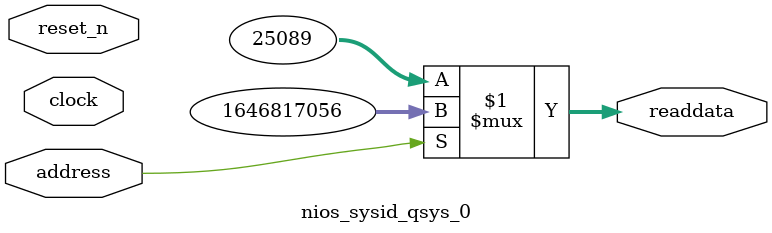
<source format=v>

`timescale 1ns / 1ps
// synthesis translate_on

// turn off superfluous verilog processor warnings 
// altera message_level Level1 
// altera message_off 10034 10035 10036 10037 10230 10240 10030 

module nios_sysid_qsys_0 (
               // inputs:
                address,
                clock,
                reset_n,

               // outputs:
                readdata
             )
;

  output  [ 31: 0] readdata;
  input            address;
  input            clock;
  input            reset_n;

  wire    [ 31: 0] readdata;
  //control_slave, which is an e_avalon_slave
  assign readdata = address ? 1646817056 : 25089;

endmodule




</source>
